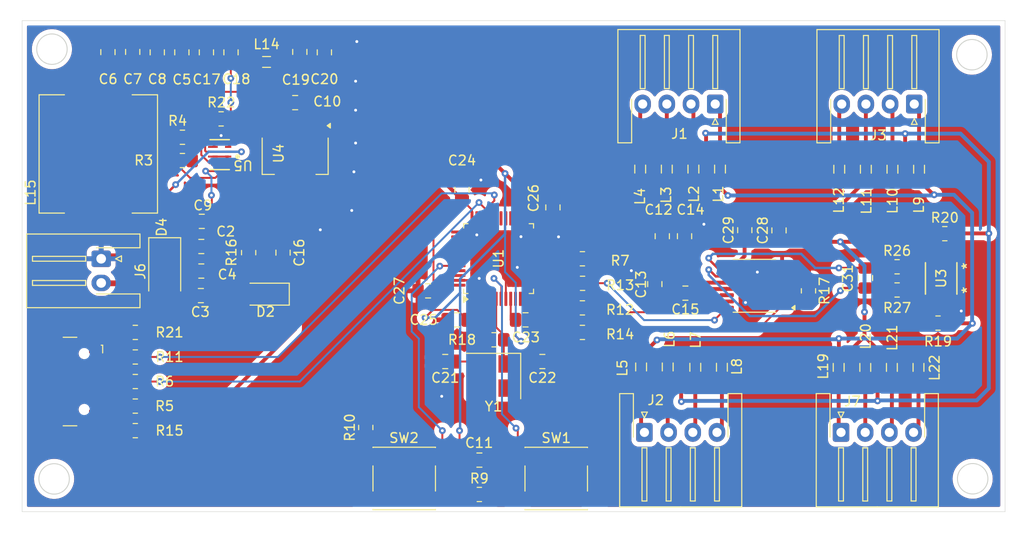
<source format=kicad_pcb>
(kicad_pcb (version 20240108) (generator "pcbnew") (generator_version "8.0")
  (layers (0 "F.Cu" signal) (31 "B.Cu" mixed) (34 "B.Paste" user) (35 "F.Paste" user) (36 "B.SilkS" user "B.Silkscreen") (37 "F.SilkS" user "F.Silkscreen") (38 "B.Mask" user) (39 "F.Mask" user) (44 "Edge.Cuts" user))
  (net 0 "")
  (net 1 "GND")
  (net 2 "+12V")
  (net 3 "/ADS1220 AD Converter/DRDY")
  (net 4 "USBDP")
  (net 5 "PF0")
  (net 6 "/ADS1220 AD Converter/DOUT")
  (net 7 "+3.3V")
  (net 8 "/ADS1220 AD Converter/SCLK")
  (net 9 "PF1")
  (net 10 "BOOT0_SWCLK")
  (net 11 "NRESET")
  (net 12 "/ADS1220 AD Converter/DIN")
  (net 13 "USBDM")
  (net 15 "Net-(U2-~{CS})")
  (net 16 "Net-(U2-~{DRDY})")
  (net 17 "Net-(U2-DOUT{slash}~{DRDY})")
  (net 18 "Net-(U2-SCLK)")
  (net 19 "Net-(U2-DIN)")
  (net 21 "Net-(U5-VO)")
  (net 22 "Net-(U5-FB)")
  (net 23 "Net-(U5-NR_SS)")
  (net 24 "Net-(U5-SW)")
  (net 25 "Net-(D2-A)")
  (net 26 "Net-(J1-Pin_1)")
  (net 27 "Net-(J1-Pin_3)")
  (net 28 "Net-(J1-Pin_2)")
  (net 29 "Net-(J1-Pin_4)")
  (net 30 "Net-(J2-Pin_4)")
  (net 31 "Net-(J2-Pin_1)")
  (net 32 "Net-(J2-Pin_2)")
  (net 33 "Net-(J2-Pin_3)")
  (net 34 "Net-(J3-Pin_3)")
  (net 35 "Net-(J3-Pin_4)")
  (net 36 "Net-(J3-Pin_2)")
  (net 37 "Net-(J3-Pin_1)")
  (net 39 "Net-(J5-D--PadA7)")
  (net 41 "Net-(J5-D+-PadA6)")
  (net 42 "Net-(J5-CC1)")
  (net 43 "Net-(J5-CC2)")
  (net 46 "/Amplifier/AIN1")
  (net 47 "/Amplifier/AIN0")
  (net 48 "Net-(U5-PG)")
  (net 51 "+5V")
  (net 57 "unconnected-(U1-PB3-Pad39)")
  (net 81 "Net-(U2-AIN1)")
  (net 82 "Net-(U2-AIN0{slash}REFP1)")
  (net 83 "/ADS1220 AD Converter/AIN0")
  (net 84 "/ADS1220 AD Converter/AIN1")
  (net 85 "Net-(J7-Pin_1)")
  (net 86 "Net-(J7-Pin_4)")
  (net 87 "Net-(J7-Pin_3)")
  (net 88 "Net-(J7-Pin_2)")
  (footprint "Capacitor_SMD:C_0805_2012Metric_Pad1.18x1.45mm_HandSolder" (layer "F.Cu") (at 115.062 90.5375 90)
    (property "Reference" "C28")
    (property "Value" "100n")
  )
  (footprint "Capacitor_SMD:C_0805_2012Metric_Pad1.18x1.45mm_HandSolder" (layer "F.Cu") (at 81.7925 99.7915)
    (property "Reference" "C25")
    (property "Value" "0.1uF")
  )
  (footprint "Capacitor_SMD:C_0805_2012Metric_Pad1.18x1.45mm_HandSolder" (layer "F.Cu") (at 124 95.4625 -90)
    (property "Reference" "C31")
    (property "Value" "100n")
  )
  (footprint "Capacitor_SMD:C_0805_2012Metric_Pad1.18x1.45mm_HandSolder" (layer "F.Cu") (at 48.26 72.0715 90)
    (property "Reference" "C7")
    (property "Value" "22uF")
  )
  (footprint "Inductor_SMD:L_0805_2012Metric_Pad1.05x1.20mm_HandSolder" (layer "F.Cu") (at 121.23 104.71 -90)
    (property "Reference" "L19")
    (property "Value" "120Ω @ 100MHz / 3A")
  )
  (footprint "Connector_JST:JST_XH_S4B-XH-A-1_1x04_P2.50mm_Horizontal" (layer "F.Cu") (at 101.152 111.434)
    (property "Reference" "J2")
    (property "Value" "Conn_01x04")
  )
  (footprint "Connector_JST:JST_XH_S2B-XH-A-1_1x02_P2.50mm_Horizontal" (layer "F.Cu") (at 45.002 93.472 -90)
    (property "Reference" "J6")
    (property "Value" "Conn_01x02")
  )
  (footprint "Button_Switch_SMD:SW_Push_1P1T_NO_6x6mm_H9.5mm" (layer "F.Cu") (at 76.325 116.2 180)
    (property "Reference" "SW2")
    (property "Value" "SW_Push")
  )
  (footprint "TPS62912:RPU0010A-MFG" (layer "F.Cu") (at 57.250001 82.650001 180)
    (property "Reference" "U5")
    (property "Value" "XPS62912RPUR")
  )
  (footprint "Resistor_SMD:R_0805_2012Metric_Pad1.20x1.40mm_HandSolder" (layer "F.Cu") (at 72.35 110.925 90)
    (property "Reference" "R10")
    (property "Value" "10k")
  )
  (footprint "Package_QFP:LQFP-48_7x7mm_P0.5mm" (layer "F.Cu") (at 86.08 93.454 90)
    (property "Reference" "U1")
    (property "Value" "STM32F103C8Tx" (hide yes))
  )
  (footprint "Capacitor_SMD:C_0805_2012Metric_Pad1.18x1.45mm_HandSolder" (layer "F.Cu") (at 63.8 92.8375 -90)
    (property "Reference" "C16")
    (property "Value" "10uF")
  )
  (footprint "Inductor_SMD:L_0805_2012Metric_Pad1.05x1.20mm_HandSolder" (layer "F.Cu") (at 124.04 84.208 90)
    (property "Reference" "L11")
    (property "Value" "120Ω @ 100MHz / 3A")
  )
  (footprint "Package_SO:TSSOP-16_4.4x5mm_P0.65mm" (layer "F.Cu") (at 112.522 96.266 180)
    (property "Reference" "U2" (hide yes))
    (property "Value" "ADS1220xPW")
  )
  (footprint "Capacitor_SMD:C_0805_2012Metric_Pad1.18x1.45mm_HandSolder" (layer "F.Cu") (at 91.694 88.1595 -90)
    (property "Reference" "C26")
    (property "Value" "4.7uF")
  )
  (footprint "Inductor_SMD:L_0805_2012Metric_Pad1.05x1.20mm_HandSolder" (layer "F.Cu") (at 62.096 73.109)
    (property "Reference" "L14")
    (property "Value" "20Ω @ 100MHz / 5A")
  )
  (footprint "Resistor_SMD:R_0805_2012Metric_Pad1.20x1.40mm_HandSolder" (layer "F.Cu") (at 53.4 83.309999)
    (property "Reference" "R4")
    (property "Value" "4.87k")
  )
  (footprint "Package_TO_SOT_SMD:SOT-223-3_TabPin2" (layer "F.Cu") (at 65.0525 82.8335 -90)
    (property "Reference" "U4")
    (property "Value" "NCP1117-3.3_SOT223" (hide yes))
  )
  (footprint "Resistor_SMD:R_0805_2012Metric_Pad1.20x1.40mm_HandSolder" (layer "F.Cu") (at 94.758 96.012)
    (property "Reference" "R13")
    (property "Value" "47R")
  )
  (footprint "Resistor_SMD:R_0805_2012Metric_Pad1.20x1.40mm_HandSolder" (layer "F.Cu") (at 132.2 90.875)
    (property "Reference" "R20")
    (property "Value" "0R" (hide yes))
  )
  (footprint "Resistor_SMD:R_0805_2012Metric_Pad1.20x1.40mm_HandSolder" (layer "F.Cu") (at 48.53 108.712 180)
    (property "Reference" "R5")
    (property "Value" "1.5k")
  )
  (footprint "Capacitor_SMD:C_0805_2012Metric_Pad1.18x1.45mm_HandSolder" (layer "F.Cu") (at 55.3075 97.282 180)
    (property "Reference" "C3")
    (property "Value" "6.8uF")
  )
  (footprint "Resistor_SMD:R_0805_2012Metric_Pad1.20x1.40mm_HandSolder" (layer "F.Cu") (at 131.5 100.125)
    (property "Reference" "R19")
    (property "Value" "0R")
  )
  (footprint "Button_Switch_SMD:SW_Push_1P1T_NO_6x6mm_H9.5mm" (layer "F.Cu") (at 92.037 116.204 180)
    (property "Reference" "SW1")
    (property "Value" "SW_Push")
  )
  (footprint "Capacitor_SMD:C_0805_2012Metric_Pad1.18x1.45mm_HandSolder" (layer "F.Cu") (at 90.6015 104.104 180)
    (property "Reference" "C22")
    (property "Value" "10pF")
  )
  (footprint "Inductor_SMD:L_Pulse_PA4320" (layer "F.Cu") (at 44.704 82.626 90)
    (property "Reference" "L15")
    (property "Value" "2.2uH @ 100mHz 48mOhm")
  )
  (footprint "Capacitor_SMD:C_0805_2012Metric_Pad1.18x1.45mm_HandSolder" (layer "F.Cu") (at 65.0525 77.3175)
    (property "Reference" "C10")
    (property "Value" "10uF")
  )
  (footprint "Capacitor_SMD:C_0805_2012Metric_Pad1.18x1.45mm_HandSolder" (layer "F.Cu") (at 65.532 72.0715 90)
    (property "Reference" "C19")
    (property "Value" "22uF")
  )
  (footprint "Connector_JST:JST_XH_S4B-XH-A-1_1x04_P2.50mm_Horizontal" (layer "F.Cu") (at 129.044 77.47 180)
    (property "Reference" "J3")
    (property "Value" "Conn_01x04")
  )
  (footprint "Capacitor_SMD:C_0805_2012Metric_Pad1.18x1.45mm_HandSolder" (layer "F.Cu") (at 103 91.1375 -90)
    (property "Reference" "C12")
    (property "Value" "10uF")
  )
  (footprint "Resistor_SMD:R_0805_2012Metric_Pad1.20x1.40mm_HandSolder" (layer "F.Cu") (at 57.4 79 180)
    (property "Reference" "R22")
    (property "Value" "10k")
  )
  (footprint "Resistor_SMD:R_0805_2012Metric_Pad1.20x1.40mm_HandSolder" (layer "F.Cu") (at 53.4 80.9 180)
    (property "Reference" "R3")
    (property "Value" "25.5k")
  )
  (footprint "Capacitor_SMD:C_0805_2012Metric_Pad1.18x1.45mm_HandSolder" (layer "F.Cu") (at 50.8 72.1145 90)
    (property "Reference" "C8")
    (property "Value" "22uF")
  )
  (footprint "Inductor_SMD:L_0805_2012Metric_Pad1.05x1.20mm_HandSolder" (layer "F.Cu") (at 100.81 104.664 -90)
    (property "Reference" "L5")
    (property "Value" "120Ω @ 100MHz / 3A")
  )
  (footprint "Diode_SMD:D_SMA" (layer "F.Cu") (at 51.569 94.804 -90)
    (property "Reference" "D4")
    (property "Value" "SMAJ12A")
  )
  (footprint "Resistor_SMD:R_0805_2012Metric_Pad1.20x1.40mm_HandSolder" (layer "F.Cu") (at 118.11 96.79 -90)
    (property "Reference" "R17")
    (property "Value" "47R")
  )
  (footprint "Inductor_SMD:L_0805_2012Metric_Pad1.05x1.20mm_HandSolder" (layer "F.Cu") (at 126.79 84.208 90)
    (property "Reference" "L10")
    (property "Value" "120Ω @ 100MHz / 3A")
  )
  (footprint "Inductor_SMD:L_0805_2012Metric_Pad1.05x1.20mm_HandSolder" (layer "F.Cu") (at 103.466 84.194 90)
    (property "Reference" "L3")
    (property "Value" "120Ω @ 100MHz / 3A")
  )
  (footprint "Resistor_SMD:R_0805_2012Metric_Pad1.20x1.40mm_HandSolder" (layer "F.Cu") (at 94.742 98.552)
    (property "Reference" "R12")
    (property "Value" "47R")
  )
  (footprint "Capacitor_SMD:C_0805_2012Metric_Pad1.18x1.45mm_HandSolder" (layer "F.Cu") (at 55.3505 92.202 180)
    (property "Reference" "C2")
    (property "Value" "2.2nF")
  )
  (footprint "Capacitor_SMD:C_0805_2012Metric_Pad1.18x1.45mm_HandSolder" (layer "F.Cu") (at 55.88 72.1145 90)
    (property "Reference" "C17")
    (property "Value" "22uF")
  )
  (footprint "Inductor_SMD:L_0805_2012Metric_Pad1.05x1.20mm_HandSolder" (layer "F.Cu") (at 100.716 84.194 90)
    (property "Reference" "L4")
    (property "Value" "120Ω @ 100MHz / 3A")
  )
  (footprint "Capacitor_SMD:C_0805_2012Metric_Pad1.18x1.45mm_HandSolder" (layer "F.Cu") (at 102.226 96.0905 -90)
    (property "Reference" "C13")
    (property "Value" "10uF")
  )
  (footprint "Connector_JST:JST_XH_S4B-XH-A-1_1x04_P2.50mm_Horizontal" (layer "F.Cu") (at 108.47 77.466 180)
    (property "Reference" "J1")
    (property "Value" "Conn_01x04")
  )
  (footprint "Capacitor_SMD:C_0805_2012Metric_Pad1.18x1.45mm_HandSolder" (layer "F.Cu") (at 80.564 104.104 180)
    (property "Reference" "C21")
    (property "Value" "10pF")
  )
  (footprint "Inductor_SMD:L_0805_2012Metric_Pad1.05x1.20mm_HandSolder" (layer "F.Cu") (at 106.41 104.696 -90)
    (property "Reference" "L7")
    (property "Value" "120Ω @ 100MHz / 3A")
  )
  (footprint "Capacitor_SMD:C_0805_2012Metric_Pad1.18x1.45mm_HandSolder" (layer "F.Cu") (at 88.8675 99.7915 180)
    (property "Reference" "C23")
    (property "Value" "0.1uF")
  )
  (footprint "Inductor_SMD:L_0805_2012Metric_Pad1.05x1.20mm_HandSolder" (layer "F.Cu") (at 121.29 84.208 90)
    (property "Reference" "L12")
    (property "Value" "120Ω @ 100MHz / 3A")
  )
  (footprint "Capacitor_SMD:C_0805_2012Metric_Pad1.18x1.45mm_HandSolder" (layer "F.Cu") (at 55.4 89.6)
    (property "Reference" "C9")
    (property "Value" "470nF")
  )
  (footprint "Capacitor_SMD:C_0805_2012Metric_Pad1.18x1.45mm_HandSolder" (layer "F.Cu") (at 105.3885 97.028 180)
    (property "Reference" "C15")
    (property "Value" "0.1uF")
  )
  (footprint "Crystal:Crystal_SMD_SeikoEpson_FA238V-4Pin_3.2x2.5mm_HandSoldering" (layer "F.Cu") (at 85.564 105.604 180)
    (property "Reference" "Y1")
    (property "Value" "8Mhz")
  )
  (footprint "Inductor_SMD:L_0805_2012Metric_Pad1.05x1.20mm_HandSolder" (layer "F.Cu") (at 108.966 84.194 90)
    (property "Reference" "L1")
    (property "Value" "120Ω @ 100MHz / 3A")
  )
  (footprint "Inductor_SMD:L_0805_2012Metric_Pad1.05x1.20mm_HandSolder" (layer "F.Cu") (at 129.48 104.71 -90)
    (property "Reference" "L22")
    (property "Value" "120Ω @ 100MHz / 3A")
  )
  (footprint "Capacitor_SMD:C_0805_2012Metric_Pad1.18x1.45mm_HandSolder" (layer "F.Cu") (at 53.34 72.1145 90)
    (property "Reference" "C5")
    (property "Value" "22uF")
  )
  (footprint "Resistor_SMD:R_0805_2012Metric_Pad1.20x1.40mm_HandSolder" (layer "F.Cu") (at 127.27 96.7)
    (property "Reference" "R27")
    (property "Value" "100R")
  )
  (footprint "Inductor_SMD:L_0805_2012Metric_Pad1.05x1.20mm_HandSolder" (layer "F.Cu") (at 106.216 84.194 90)
    (property "Reference" "L2")
    (property "Value" "120Ω @ 100MHz / 3A")
  )
  (footprint "Inductor_SMD:L_0805_2012Metric_Pad1.05x1.20mm_HandSolder" (layer "F.Cu") (at 126.73 104.71 -90)
    (property "Reference" "L21")
    (property "Value" "120Ω @ 100MHz / 3A")
  )
  (footprint "MCP6V92-E-MS:MSOP8_MS_MCH" (layer "F.Cu") (at 131.826 95.504 90)
    (property "Reference" "U3")
    (property "Value" "MCP6V92-E/MS")
  )
  (footprint "Connector_JST:JST_XH_S4B-XH-A-1_1x04_P2.50mm_Horizontal" (layer "F.Cu") (at 121.472 111.434)
    (property "Reference" "J7")
    (property "Value" "Conn_01x04")
  )
  (footprint "Inductor_SMD:L_0805_2012Metric_Pad1.05x1.20mm_HandSolder" (layer "F.Cu") (at 109.16 104.696 -90)
    (property "Reference" "L8")
    (property "Value" "120Ω @ 100MHz / 3A")
  )
  (footprint "Capacitor_SMD:C_0805_2012Metric_Pad1.18x1.45mm_HandSolder" (layer "F.Cu") (at 82.296 86.3385 -90)
    (property "Reference" "C24")
    (property "Value" "0.1uF")
  )
  (footprint "Resistor_SMD:R_0805_2012Metric_Pad1.20x1.40mm_HandSolder" (layer "F.Cu") (at 48.53 106.172 180)
    (property "Reference" "R6")
    (property "Value" "20k")
  )
  (footprint "Inductor_SMD:L_0805_2012Metric_Pad1.05x1.20mm_HandSolder" (layer "F.Cu") (at 103.56 104.664 -90)
    (property "Reference" "L6")
    (property "Value" "120Ω @ 100MHz / 3A")
  )
  (footprint "Capacitor_SMD:C_0805_2012Metric_Pad1.18x1.45mm_HandSolder" (layer "F.Cu") (at 55.3505 94.742 180)
    (property "Reference" "C4")
    (property "Value" "6.8uF")
  )
  (footprint "Resistor_SMD:R_0805_2012Metric_Pad1.20x1.40mm_HandSolder" (layer "F.Cu") (at 94.742 101.092)
    (property "Reference" "R14")
    (property "Value" "47R")
  )
  (footprint "Capacitor_SMD:C_0805_2012Metric_Pad1.18x1.45mm_HandSolder" (layer "F.Cu") (at 84.0955 114.3 180)
    (property "Reference" "C11")
    (property "Value" "0.1uF")
  )
  (footprint "Connector_USB:USB_C_Receptacle_GCT_USB4110" (layer "F.Cu") (at 40.64 106.172 -90)
    (property "Reference" "J5" (hide yes))
    (property "Value" "USB_C_Receptacle_USB2.0_14P")
  )
  (footprint "Capacitor_SMD:C_0805_2012Metric_Pad1.18x1.45mm_HandSolder" (layer "F.Cu") (at 111.525 90.5125 90)
    (property "Reference" "C29")
    (property "Value" "10uF")
  )
  (footprint "Resistor_SMD:R_0805_2012Metric_Pad1.20x1.40mm_HandSolder" (layer "F.Cu") (at 127.27 94.3)
    (property "Reference" "R26")
    (property "Value" "100R")
  )
  (footprint "LED_SMD:LED_1206_3216Metric_Pad1.42x1.75mm_HandSolder" (layer "F.Cu") (at 61.9855 97.134 180)
    (property "Reference" "D2")
    (property "Value" "LED")
  )
  (footprint "Resistor_SMD:R_0805_2012Metric_Pad1.20x1.40mm_HandSolder" (layer "F.Cu") (at 48.53 103.632 180)
    (property "Reference" "R11")
    (property "Value" "20k")
  )
  (footprint "Resistor_SMD:R_0805_2012Metric_Pad1.20x1.40mm_HandSolder" (layer "F.Cu") (at 48.53 111.252 180)
    (property "Reference" "R15")
    (property "Value" "5.1k")
  )
  (footprint "Resistor_SMD:R_0805_2012Metric_Pad1.20x1.40mm_HandSolder" (layer "F.Cu") (at 60.244 92.8375 -90)
    (property "Reference" "R16")
    (property "Value" "620R")
  )
  (footprint "Inductor_SMD:L_0805_2012Metric_Pad1.05x1.20mm_HandSolder" (layer "F.Cu") (at 129.54 84.208 90)
    (property "Reference" "L9")
    (property "Value" "120Ω @ 100MHz / 3A")
  )
  (footprint "Inductor_SMD:L_0805_2012Metric_Pad1.05x1.20mm_HandSolder" (layer "F.Cu") (at 123.98 104.71 -90)
    (property "Reference" "L20")
    (property "Value" "120Ω @ 100MHz / 3A")
  )
  (footprint "Resistor_SMD:R_0805_2012Metric_Pad1.20x1.40mm_HandSolder" (layer "F.Cu") (at 85.614 101.854 180)
    (property "Reference" "R18")
    (property "Value" "1M")
  )
  (footprint "Resistor_SMD:R_0805_2012Metric_Pad1.20x1.40mm_HandSolder" (layer "F.Cu") (at 94.742 93.472)
    (property "Reference" "R7")
    (property "Value" "47R")
  )
  (footprint "Resistor_SMD:R_0805_2012Metric_Pad1.20x1.40mm_HandSolder" (layer "F.Cu") (at 84.09 117.856)
    (property "Reference" "R9")
    (property "Value" "10k")
  )
  (footprint "Capacitor_SMD:C_0805_2012Metric_Pad1.18x1.45mm_HandSolder" (layer "F.Cu") (at 45.6985 72.093 90)
    (property "Reference" "C6")
    (property "Value" "22uF")
  )
  (footprint "Capacitor_SMD:C_0805_2012Metric_Pad1.18x1.45mm_HandSolder" (layer "F.Cu") (at 78.7925 96.7915)
    (property "Reference" "C27")
    (property "Value" "0.1uF")
  )
  (footprint "Capacitor_SMD:C_0805_2012Metric_Pad1.18x1.45mm_HandSolder" (layer "F.Cu") (at 105.3 91.1375 -90)
    (property "Reference" "C14")
    (property "Value" "0.1uF")
  )
  (footprint "Capacitor_SMD:C_0805_2012Metric_Pad1.18x1.45mm_HandSolder" (layer "F.Cu") (at 58.42 72.1145 90)
    (property "Reference" "C18")
    (property "Value" "22uF")
  )
  (footprint "Capacitor_SMD:C_0805_2012Metric_Pad1.18x1.45mm_HandSolder" (layer "F.Cu") (at 68.072 72.1145 90)
    (property "Reference" "C20")
    (property "Value" "22uF")
  )
  (footprint "Resistor_SMD:R_0805_2012Metric_Pad1.20x1.40mm_HandSolder" (layer "F.Cu") (at 48.53 101.092)
    (property "Reference" "R21")
    (property "Value" "5.1k")
  )
  (gr_line (start 36.83 119.634) (end 36.83 68.834) (stroke (width 0.05)) (layer "Edge.Cuts"))
  (gr_circle (center 39.912766 71.786766) (end 41.487566 71.786766) (stroke (width 0.1)) (fill none) (layer "Edge.Cuts"))
  (gr_circle (center 134.999435 72.359365) (end 136.574235 72.359365) (stroke (width 0.1)) (fill none) (layer "Edge.Cuts"))
  (gr_line (start 36.83 68.834) (end 138.43 68.834) (stroke (width 0.05)) (layer "Edge.Cuts"))
  (gr_line (start 138.43 68.834) (end 138.43 119.634) (stroke (width 0.05)) (layer "Edge.Cuts"))
  (gr_line (start 138.43 119.634) (end 36.83 119.634) (stroke (width 0.05)) (layer "Edge.Cuts"))
  (gr_circle (center 135.08 116.230686) (end 136.6548 116.230686) (stroke (width 0.1)) (fill none) (layer "Edge.Cuts"))
  (gr_circle (center 40.138481 116.245919) (end 41.713281 116.245919) (stroke (width 0.1)) (fill none) (layer "Edge.Cuts"))
  (segment (start 115.3845 96.591) (end 113.009 96.591) (width 0.4) (layer "F.Cu") (net 1))
  (segment (start 116.675 97.225) (end 115.4005 97.225) (width 0.4) (layer "F.Cu") (net 1))
  (segment (start 65.489 71.077) (end 65.532 71.034) (width 0.6) (layer "F.Cu") (net 1))
  (segment (start 86.83 95.542) (end 86.83 97.6165) (width 0.2) (layer "F.Cu") (net 1))
  (segment (start 66.3225 77.0635) (end 67.3525 78.0935) (width 0.2) (layer "F.Cu") (net 1))
  (segment (start 55.815256 78) (end 55.35 78.465256) (width 0.2) (layer "F.Cu") (net 1))
  (segment (start 84.226 85.301) (end 84.25 85.325) (width 0.2) (layer "F.Cu") (net 1))
  (segment (start 65.532 71.034) (end 68.029 71.034) (width 0.6) (layer "F.Cu") (net 1))
  (segment (start 51.155 93.218) (end 51.569 92.804) (width 1.1) (layer "F.Cu") (net 1))
  (segment (start 99.8 94.702) (end 102.226 97.128) (width 0.4) (layer "F.Cu") (net 1))
  (segment (start 68.072 71.077) (end 68.061 71.066) (width 1.1) (layer "F.Cu") (net 1))
  (segment (start 112.359 97.241) (end 112.293 97.307) (width 0.4) (layer "F.Cu") (net 1))
  (segment (start 57.4 80.725) (end 57.4 81.05) (width 0.2) (layer "F.Cu") (net 1))
  (segment (start 54.313 97.536) (end 54.313 94.742) (width 0.6) (layer "F.Cu") (net 1))
  (segment (start 117.959 95.941) (end 115.3845 95.941) (width 0.4) (layer "F.Cu") (net 1))
  (segment (start 102.226 97.128) (end 104.251 97.128) (width 0.4) (layer "F.Cu") (net 1))
  (segment (start 57.4 80.725) (end 57.4 78.415256) (width 0.2) (layer "F.Cu") (net 1))
  (segment (start 115.3845 97.241) (end 112.359 97.241) (width 0.4) (layer "F.Cu") (net 1))
  (segment (start 53.34 71.077) (end 50.8 71.077) (width 0.6) (layer "F.Cu") (net 1))
  (segment (start 45.002 93.472) (end 45.256 93.218) (width 1.1) (layer "F.Cu") (net 1))
  (segment (start 54.27 95.505) (end 54.27 97.282) (width 0.4) (layer "F.Cu") (net 1))
  (segment (start 58.42 71.077) (end 65.489 71.077) (width 0.6) (layer "F.Cu") (net 1))
  (segment (start 43.745 111.282) (end 43.745 109.947) (width 0.2) (layer "F.Cu") (net 1))
  (segment (start 113.916 95.941) (end 112.825 94.85) (width 0.4) (layer "F.Cu") (net 1))
  (segment (start 48.53 112.252) (end 44.715 112.252) (width 0.2) (layer "F.Cu") (net 1))
  (segment (start 45.67 92.804) (end 45.002 93.472) (width 0.2) (layer "F.Cu") (net 1))
  (segment (start 133.9 98.875) (end 133.9 98.755651) (width 0.4) (layer "F.Cu") (net 1))
  (segment (start 43.745 109.947) (end 44.32 109.372) (width 0.2) (layer "F.Cu") (net 1))
  (segment (start 48.26 71.034) (end 45.72 71.034) (width 0.6) (layer "F.Cu") (net 1))
  (segment (start 56.2 83.575) (end 56.5 83.575) (width 0.2) (layer "F.Cu") (net 1))
  (segment (start 133.9 98.755651) (end 132.800999 97.65665) (width 0.4) (layer "F.Cu") (net 1))
  (segment (start 49.53 111.252) (end 48.53 112.252) (width 0.2) (layer "F.Cu") (net 1))
  (segment (start 57.4 81.05) (end 56.55 81.9) (width 0.2) (layer "F.Cu") (net 1))
  (segment (start 55.35 82.725) (end 56.2 83.575) (width 0.2) (layer "F.Cu") (net 1))
  (segment (start 83.874 95.704) (end 84.074 95.504) (width 0.25) (layer "F.Cu") (net 1))
  (segment (start 45.72 71.034) (end 45.6985 71.0555) (width 1.1) (layer "F.Cu") (net 1))
  (segment (start 57.4 78.415256) (end 56.984744 78) (width 0.2) (layer "F.Cu") (net 1))
  (segment (start 44.715 112.252) (end 43.745 111.282) (width 0.2) (layer "F.Cu") (net 1))
  (segment (start 118.11 95.79) (end 117.959 95.941) (width 0.4) (layer "F.Cu") (net 1))
  (segment (start 82.296 85.301) (end 84.226 85.301) (width 0.2) (layer "F.Cu") (net 1))
  (segment (start 54.27 97.579) (end 54.27 97.282) (width 0.6) (layer "F.Cu") (net 1))
  (segment (start 112.825 94.85) (end 113.684 93.991) (width 0.4) (layer "F.Cu") (net 1))
  (segment (start 54.4 89.6) (end 54.5 89.5) (width 0.2) (layer "F.Cu") (net 1))
  (segment (start 113.684 93.991) (end 115.3845 93.991) (width 0.4) (layer "F.Cu") (net 1))
  (segment (start 88.41 91.204) (end 90.2425 91.204) (width 0.2) (layer "F.Cu") (net 1))
  (segment (start 51.569 92.804) (end 54.27 95.505) (width 0.4) (layer "F.Cu") (net 1))
  (segment (start 81.9175 95.704) (end 83.874 95.704) (width 0.25) (layer "F.Cu") (net 1))
  (segment (start 113.009 96.591) (end 112.293 97.307) (width 0.4) (layer "F.Cu") (net 1))
  (segment (start 50.8 71.077) (end 48.303 71.077) (width 0.6) (layer "F.Cu") (net 1))
  (segment (start 83.83 90.995) (end 83.83 89.2915) (width 0.2) (layer "F.Cu") (net 1))
  (segment (start 58.42 71.077) (end 55.88 71.077) (width 0.6) (layer "F.Cu") (net 1))
  (segment (start 112.293 97.307) (end 111.6 98) (width 0.4) (layer "F.Cu") (net 1))
  (segment (start 77.83 96.7165) (end 77.755 96.7915) (width 0.2) (layer "F.Cu") (net 1))
  (segment (start 118.11 95.79) (end 116.675 97.225) (width 0.4) (layer "F.Cu") (net 1))
  (segment (start 104.251 97.128) (end 104.351 97.028) (width 0.4) (layer "F.Cu") (net 1))
  (segment (start 92.275 91.204) (end 90.2425 91.204) (width 0.2) (layer "F.Cu") (net 1))
  (segment (start 48.303 71.077) (end 48.26 71.034) (width 1.1) (layer "F.Cu") (net 1))
  (segment (start 47.53 101.092) (end 43.775 101.092) (width 0.2) (layer "F.Cu") (net 1))
  (segment (start 115.4005 97.225) (end 115.3845 97.241) (width 0.4) (layer "F.Cu") (net 1))
  (segment (start 115.3845 95.941) (end 113.916 95.941) (width 0.4) (layer "F.Cu") (net 1))
  (segment (start 56.984744 78) (end 55.815256 78) (width 0.2) (layer "F.Cu") (net 1))
  (segment (start 88.392 91.186) (end 88.41 91.204) (width 0.2) (layer "F.Cu") (net 1))
  (segment (start 54.4 83.309999) (end 54.690001 83.6) (width 0.2) (layer "F.Cu") (net 1))
  (segment (start 67.3525 78.0935) (end 67.3525 79.6835) (width 0.2) (layer "F.Cu") (net 1))
  (segment (start 45.256 93.218) (end 51.96 93.218) (width 0.6) (layer "F.Cu") (net 1))
  (segment (start 83.825 91) (end 83.83 90.995) (width 0.2) (layer "F.Cu") (net 1))
  (segment (start 56.475 83.6) (end 56.5 83.575) (width 0.2) (layer "F.Cu") (net 1))
  (segment (start 88.011 94.361) (end 86.83 95.542) (width 0.2) (layer "F.Cu") (net 1))
  (segment (start 68.029 71.034) (end 68.072 71.077) (width 0.6) (layer "F.Cu") (net 1))
  (segment (start 54.313 94.742) (end 54.313 91.948) (width 0.6) (layer "F.Cu") (net 1))
  (segment (start 43.775 101.092) (end 43.745 101.062) (width 0.2) (layer "F.Cu") (net 1))
  (segment (start 55.88 71.077) (end 53.34 71.077) (width 0.6) (layer "F.Cu") (net 1))
  (segment (start 55.35 78.465256) (end 55.35 82.725) (width 0.2) (layer "F.Cu") (net 1))
  (via (at 88.011 94.361) (size 0.7) (drill 0.3) (layers "F.Cu" "B.Cu") (net 1))
  (via (at 80.2 107.7) (size 0.7) (drill 0.3) (layers "F.Cu" "B.Cu") (net 1))
  (via (at 71.3 78.1) (size 0.7) (drill 0.3) (layers "F.Cu" "B.Cu") (net 1))
  (via (at 67.65 90.475) (size 0.7) (drill 0.3) (layers "F.Cu" "B.Cu") (net 1))
  (via (at 83.825 91) (size 0.7) (drill 0.3) (layers "F.Cu" "B.Cu") (net 1))
  (via (at 84.074 95.504) (size 0.7) (drill 0.3) (layers "F.Cu" "B.Cu") (net 1))
  (via (at 71.425 71) (size 0.7) (drill 0.3) (layers "F.Cu" "B.Cu") (net 1))
  (via (at 71.3 75.1) (size 0.7) (drill 0.3) (layers "F.Cu" "B.Cu") (net 1))
  (via (at 92.275 91.204) (size 0.7) (drill 0.3) (layers "F.Cu" "B.Cu") (net 1))
  (via (at 71.3 81.5) (size 0.7) (drill 0.3) (layers "F.Cu" "B.Cu") (net 1))
  (via (at 112.825 94.85) (size 0.7) (drill 0.3) (layers "F.Cu" "B.Cu") (net 1))
  (via (at 88.392 91.186) (size 0.7) (drill 0.3) (layers "F.Cu" "B.Cu") (net 1))
  (via (at 70.9 88.475) (size 0.7) (drill 0.3) (layers "F.Cu" "B.Cu") (net 1))
  (via (at 133.9 98.875) (size 0.7) (drill 0.3) (layers "F.Cu" "B.Cu") (net 1))
  (via (at 99.8 94.702) (size 0.7) (drill 0.3) (layers "F.Cu" "B.Cu") (net 1))
  (via (at 107.3 89.9) (size 0.7) (drill 0.3) (layers "F.Cu" "B.Cu") (net 1))
  (via (at 71.125 84.475) (size 0.7) (drill 0.3) (layers "F.Cu" "B.Cu") (net 1))
  (via (at 84.25 85.325) (size 0.7) (drill 0.3) (layers "F.Cu" "B.Cu") (net 1))
  (via (at 57.4 80.725) (size 0.7) (drill 0.3) (layers "F.Cu" "B.Cu") (net 1))
  (via (at 111.6 98) (size 0.7) (drill 0.3) (layers "F.Cu" "B.Cu") (net 1))
  (segment (start 58.000002 90.589998) (end 56.388 92.202) (width 0.2) (layer "F.Cu") (net 2))
  (segment (start 58.000002 83.025) (end 58.125001 82.900001) (width 0.2) (layer "F.Cu") (net 2))
  (segment (start 53.317 98.552) (end 55.075 98.552) (width 0.4) (layer "F.Cu") (net 2))
  (segment (start 58.000002 83.575) (end 58.000002 90.589998) (width 0.2) (layer "F.Cu") (net 2))
  (segment (start 58.000002 83.575) (end 58.000002 83.025) (width 0.2) (layer "F.Cu") (net 2))
  (segment (start 55.075 98.552) (end 56.345 97.282) (width 0.4) (layer "F.Cu") (net 2))
  (segment (start 56.388 97.536) (end 56.388 94.742) (width 0.6) (layer "F.Cu") (net 2))
  (segment (start 56.55 82.900001) (end 58.125001 82.900001) (width 0.2) (layer "F.Cu") (net 2))
  (segment (start 51.569 96.804) (end 53.317 98.552) (width 0.4) (layer "F.Cu") (net 2))
  (segment (start 45.042 96.012) (end 51.582 96.012) (width 0.6) (layer "F.Cu") (net 2))
  (segment (start 50.777 96.012) (end 51.569 96.804) (width 0.6) (layer "F.Cu") (net 2))
  (segment (start 45.002 95.972) (end 45.042 96.012) (width 0.6) (layer "F.Cu") (net 2))
  (segment (start 56.388 94.742) (end 56.388 91.948) (width 0.6) (layer "F.Cu") (net 2))
  (segment (start 52.306501 96.531999) (end 52.281 96.5575) (width 0.2) (layer "F.Cu") (net 2))
  (segment (start 90.2425 93.704) (end 93.216 93.704) (width 0.2) (layer "F.Cu") (net 3))
  (segment (start 47.53 108.172) (end 49.53 106.172) (width 0.2) (layer "F.Cu") (net 4))
  (segment (start 47.53 108.712) (end 47.53 108.172) (width 0.2) (layer "F.Cu") (net 4))
  (segment (start 84.052 87.652) (end 84.83 88.43) (width 0.2) (layer "F.Cu") (net 4))
  (segment (start 84.83 88.43) (end 84.83 89.2915) (width 0.2) (layer "F.Cu") (net 4))
  (segment (start 49.53 106.172) (end 51.054 106.172) (width 0.2) (layer "F.Cu") (net 4))
  (via (at 51.054 106.172) (size 0.7) (drill 0.3) (layers "F.Cu" "B.Cu") (net 4))
  (via (at 84.052 87.652) (size 0.7) (drill 0.3) (layers "F.Cu" "B.Cu") (net 4))
  (segment (start 65.532 106.172) (end 51.054 106.172) (width 0.2) (layer "B.Cu") (net 4))
  (segment (start 84.052 87.652) (end 65.532 106.172) (width 0.2) (layer "B.Cu") (net 4))
  (segment (start 84.582 101.886) (end 84.614 101.854) (width 0.2) (layer "F.Cu") (net 5))
  (segment (start 81.6015 104.104) (end 83.764 104.104) (width 0.2) (layer "F.Cu") (net 5))
  (segment (start 84.014 104.354) (end 84.582 103.786) (width 0.2) (layer "F.Cu") (net 5))
  (segment (start 84.582 103.786) (end 84.582 101.886) (width 0.2) (layer "F.Cu") (net 5))
  (segment (start 84.33 102.2915) (end 84.33 101.5515) (width 0.2) (layer "F.Cu") (net 5))
  (segment (start 83.764 104.104) (end 84.014 104.354) (width 0.2) (layer "F.Cu") (net 5))
  (segment (start 85.33 100.5515) (end 85.33 97.6165) (width 0.2) (layer "F.Cu") (net 5))
  (segment (start 84.33 101.5515) (end 85.33 100.5515) (width 0.2) (layer "F.Cu") (net 5))
  (segment (start 92.202 97.012) (end 93.742 98.552) (width 0.2) (layer "F.Cu") (net 6))
  (segment (start 92.202 95.827904) (end 92.202 97.012) (width 0.2) (layer "F.Cu") (net 6))
  (segment (start 91.078096 94.704) (end 92.202 95.827904) (width 0.2) (layer "F.Cu") (net 6))
  (segment (start 90.2425 94.704) (end 91.078096 94.704) (width 0.2) (layer "F.Cu") (net 6))
  (segment (start 82.296 87.376) (end 79.35 90.322) (width 0.2) (layer "F.Cu") (net 7))
  (segment (start 87.83 101.455) (end 87.83 99.7915) (width 0.2) (layer "F.Cu") (net 7))
  (segment (start 65.0525 85.9835) (end 65.0525 100.7475) (width 0.4) (layer "F.Cu") (net 7))
  (segment (start 80.4175 96.204) (end 81.9175 96.204) (width 0.2) (layer "F.Cu") (net 7))
  (segment (start 86.747 84.653) (end 86.753 84.653) (width 0.4) (layer "F.Cu") (net 7))
  (segment (start 96.309 89.197) (end 102.362 95.25) (width 0.4) (layer "F.Cu") (net 7))
  (segment (start 79.83 96.7915) (end 80.4175 96.204) (width 0.2) (layer "F.Cu") (net 7))
  (segment (start 106.506 96.6) (end 107.2 96.6) (width 0.4) (layer "F.Cu") (net 7))
  (segment (start 78.486 99.568) (end 79.2875 98.7665) (width 0.2) (layer "F.Cu") (net 7))
  (segment (start 86.753 84.653) (end 91.297 89.197) (width 0.4) (layer "F.Cu") (net 7))
  (segment (start 102.362 95.25) (end 105.156 95.25) (width 0.4) (layer "F.Cu") (net 7))
  (segment (start 77.99 83.07) (end 77.5 83.07) (width 0.4) (layer "F.Cu") (net 7))
  (segment (start 65.0525 85.9835) (end 67.966 83.07) (width 0.4) (layer "F.Cu") (net 7))
  (segment (start 83.09 117.856) (end 82.042 116.808) (width 0.2) (layer "F.Cu") (net 7))
  (segment (start 87.33 99.7915) (end 87.83 100.2915) (width 0.2) (layer "F.Cu") (net 7))
  (segment (start 82.296 87.376) (end 77.99 83.07) (width 0.4) (layer "F.Cu") (net 7))
  (segment (start 83.33 88.41) (end 83.33 89.2915) (width 0.2) (layer "F.Cu") (net 7))
  (segment (start 87.33 97.6165) (end 87.33 99.7915) (width 0.2) (layer "F.Cu") (net 7))
  (segment (start 107.2 96.6) (end 109.6505 96.6) (width 0.4) (layer "F.Cu") (net 7))
  (segment (start 79.2875 98.7665) (end 81.805 98.7665) (width 0.2) (layer "F.Cu") (net 7))
  (segment (start 63.8 91.8) (end 60.2815 91.8) (width 0.6) (layer "F.Cu") (net 7))
  (segment (start 91.297 89.197) (end 91.694 89.197) (width 0.4) (layer "F.Cu") (net 7))
  (segment (start 67.966 83.07) (end 77.5 83.07) (width 0.4) (layer "F.Cu") (net 7))
  (segment (start 79.35 96.3115) (end 79.83 96.7915) (width 0.2) (layer "F.Cu") (net 7))
  (segment (start 57.088 108.712) (end 49.53 108.712) (width 0.4) (layer "F.Cu") (net 7))
  (segment (start 80.954 117.856) (end 80.264 118.546) (width 0.2) (layer "F.Cu") (net 7))
  (segment (start 90.906 90.704) (end 91.694 89.916) (width 0.2) (layer "F.Cu") (net 7))
  (segment (start 83.09 117.856) (end 80.954 117.856) (width 0.2) (layer "F.Cu") (net 7))
  (segment (start 65.0525 79.6835) (end 65.0525 85.9835) (width 0.4) (layer "F.Cu") (net 7))
  (segment (start 60.2815 91.8) (end 60.244 91.8375) (width 0.6) (layer "F.Cu") (net 7))
  (segment (start 82.042 87.63) (end 82.296 87.376) (width 0.2) (layer "F.Cu") (net 7))
  (segment (start 105.156 95.25) (end 106.506 96.6) (width 0.4) (layer "F.Cu") (net 7))
  (segment (start 91.694 89.916) (end 91.694 89.197) (width 0.2) (layer "F.Cu") (net 7))
  (segment (start 88.4 102) (end 88.375 102) (width 0.2) (layer "F.Cu") (net 7))
  (segment (start 63.8 87.236) (end 63.8 91.8) (width 0.4) (layer "F.Cu") (net 7))
  (segment (start 82.296 87.376) (end 83.33 88.41) (width 0.2) (layer "F.Cu") (net 7))
  (segment (start 109.6505 96.6) (end 109.6595 96.591) (width 0.4) (layer "F.Cu") (net 7))
  (segment (start 90.2425 90.704) (end 90.906 90.704) (width 0.2) (layer "F.Cu") (net 7))
  (segment (start 79.35 90.322) (end 79.35 96.3115) (width 0.2) (layer "F.Cu") (net 7))
  (segment (start 77.5 83.07) (end 85.164 83.07) (width 0.4) (layer "F.Cu") (net 7))
  (segment (start 65.0525 85.9835) (end 63.8 87.236) (width 0.4) (layer "F.Cu") (net 7))
  (segment (start 79.83 98.224) (end 79.83 96.7915) (width 0.2) (layer "F.Cu") (net 7))
  (segment (start 88.375 102) (end 87.83 101.455) (width 0.2) (layer "F.Cu") (net 7))
  (segment (start 83.33 99.2915) (end 83.33 97.6165) (width 0.2) (layer "F.Cu") (net 7))
  (segment (start 85.164 83.07) (end 86.747 84.653) (width 0.4) (layer "F.Cu") (net 7))
  (segment (start 91.694 89.197) (end 96.309 89.197) (width 0.4) (layer "F.Cu") (net 7))
  (segment (start 82.042 116.808) (end 82.042 111.252) (width 0.2) (layer "F.Cu") (net 7))
  (segment (start 72.314 118.546) (end 80.264 118.546) (width 0.2) (layer "F.Cu") (net 7))
  (segment (start 65.0525 100.7475) (end 57.088 108.712) (width 0.4) (layer "F.Cu") (net 7))
  (segment (start 78.486 99.568) (end 79.83 98.224) (width 0.2) (layer "F.Cu") (net 7))
  (segment (start 82.83 99.7915) (end 83.33 99.2915) (width 0.2) (layer "F.Cu") (net 7))
  (segment (start 81.805 98.7665) (end 82.83 99.7915) (width 0.2) (layer "F.Cu") (net 7))
  (via (at 82.042 111.252) (size 0.7) (drill 0.3) (layers "F.Cu" "B.Cu") (net 7))
  (via (at 78.486 99.568) (size 0.7) (drill 0.3) (layers "F.Cu" "B.Cu") (net 7))
  (via (at 86.747 84.653) (size 0.7) (drill 0.3) (layers "F.Cu" "B.Cu") (net 7))
  (via (at 88.4 102) (size 0.7) (drill 0.3) (layers "F.Cu" "B.Cu") (net 7))
  (segment (start 88.4 102) (end 87.85 101.45) (width 0.2) (layer "B.Cu") (net 7))
  (segment (start 87.85 101.45) (end 87.85 95.95) (width 0.2) (layer "B.Cu") (net 7))
  (segment (start 87.85 95.95) (end 86.747 94.847) (width 0.2) (layer "B.Cu") (net 7))
  (segment (start 79.532 99.568) (end 82.1 97) (width 0.25) (layer "B.Cu") (net 7))
  (segment (start 86.747 90.903) (end 82.1 95.55) (width 0.25) (layer "B.Cu") (net 7))
  (segment (start 82.1 111.2) (end 82.1 97) (width 0.25) (layer "B.Cu") (net 7))
  (segment (start 86.747 94.847) (end 86.747 88.8) (width 0.2) (layer "B.Cu") (net 7))
  (segment (start 78.486 99.568) (end 79.532 99.568) (width 0.25) (layer "B.Cu") (net 7))
  (segment (start 86.747 84.653) (end 86.747 88.8) (width 0.25) (layer "B.Cu") (net 7))
  (segment (start 82.1 95.55) (end 82.1 97) (width 0.25) (layer "B.Cu") (net 7))
  (segment (start 86.747 88.8) (end 86.747 90.903) (width 0.25) (layer "B.Cu") (net 7))
  (segment (start 82.048 111.252) (end 82.1 111.2) (width 0.25) (layer "B.Cu") (net 7))
  (segment (start 82.042 111.252) (end 82.048 111.252) (width 0.25) (layer "B.Cu") (net 7))
  (segment (start 91.4 98.94) (end 93.5 101.04) (width 0.2) (layer "F.Cu") (net 8))
  (segment (start 90.2425 95.204) (end 91.01241 95.204) (width 0.2) (layer "F.Cu") (net 8))
  (segment (start 91.01241 95.204) (end 91.4 95.59159) (width 0.2) (layer "F.Cu") (net 8))
  (segment (start 91.4 95.59159) (end 91.4 98.94) (width 0.2) (layer "F.Cu") (net 8))
  (segment (start 86.614 101.854) (end 86.614 101.346) (width 0.2) (layer "F.Cu") (net 9))
  (segment (start 85.83 100.562) (end 85.83 97.6165) (width 0.2) (layer "F.Cu") (net 9))
  (segment (start 87.364 104.104) (end 87.114 104.354) (width 0.2) (layer "F.Cu") (net 9))
  (segment (start 89.564 104.104) (end 87.364 104.104) (width 0.2) (layer "F.Cu") (net 9))
  (segment (start 86.614 103.854) (end 86.614 101.854) (width 0.2) (layer "F.Cu") (net 9))
  (segment (start 87.114 104.354) (end 86.614 103.854) (width 0.2) (layer "F.Cu") (net 9))
  (segment (start 86.614 101.346) (end 85.83 100.562) (width 0.2) (layer "F.Cu") (net 9))
  (segment (start 80.264 94.234) (end 80.294 94.204) (width 0.2) (layer "F.Cu") (net 10))
  (segment (start 72.314 114.046) (end 72.314 111.961) (width 0.2) (layer "F.Cu") (net 10))
  (segment (start 80.294 94.204) (end 81.9175 94.204) (width 0.2) (layer "F.Cu") (net 10))
  (segment (start 80.264 114.046) (end 80.264 111.252) (width 0.2) (layer "F.Cu") (net 10))
  (segment (start 80 94.234) (end 80.264 94.234) (width 0.2) (layer "F.Cu") (net 10))
  (segment (start 72.184 113.916) (end 72.314 114.046) (width 0.2) (layer "F.Cu") (net 10))
  (segment (start 72.314 111.961) (end 72.35 111.925) (width 0.2) (layer "F.Cu") (net 10))
  (segment (start 72.314 114.046) (end 80.264 114.046) (width 0.2) (layer "F.Cu") (net 10))
  (via (at 80 94.234) (size 0.7) (drill 0.3) (layers "F.Cu" "B.Cu") (net 10))
  (via (at 80.264 111.252) (size 0.7) (drill 0.3) (layers "F.Cu" "B.Cu") (net 10))
  (segment (start 80 94.234) (end 77.1 97.134) (width 0.2) (layer "B.Cu") (net 10))
  (segment (start 77.836 108.824) (end 80.264 111.252) (width 0.2) (layer "B.Cu") (net 10))
  (segment (start 77.1 101) (end 77.836 101.736) (width 0.2) (layer "B.Cu") (net 10))
  (segment (start 77.1 97.134) (end 77.1 101) (width 0.2) (layer "B.Cu") (net 10))
  (segment (start 77.836 101.736) (end 77.836 108.824) (width 0.2) (layer "B.Cu") (net 10))
  (segment (start 85.09 114.343) (end 85.133 114.3) (width 0.2) (layer "F.Cu") (net 11))
  (segment (start 86.36 96.266) (end 86.36 97.5865) (width 0.2) (layer "F.Cu") (net 11))
  (segment (start 88.062 111.176) (end 87.884 110.998) (width 0.2) (layer "F.Cu") (net 11))
  (segment (start 85.598 95.504) (end 86.36 96.266) (width 0.2) (layer "F.Cu") (net 11))
  (segment (start 86.36 97.5865) (end 86.33 97.6165) (width 0.2) (layer "F.Cu") (net 11))
  (segment (start 85.09 117.856) (end 85.09 114.343) (width 0.2) (layer "F.Cu") (net 11))
  (segment (start 88.062 113.954) (end 88.062 111.176) (width 0.2) (layer "F.Cu") (net 11))
  (segment (start 88.062 113.954) (end 96.012 113.954) (width 0.2) (layer "F.Cu") (net 11))
  (segment (start 87.716 114.3) (end 88.062 113.954) (width 0.2) (layer "F.Cu") (net 11))
  (segment (start 85.133 114.3) (end 87.716 114.3) (width 0.2) (layer "F.Cu") (net 11))
  (via (at 85.598 95.504) (size 0.7) (drill 0.3) (layers "F.Cu" "B.Cu") (net 11))
  (via (at 87.884 110.998) (size 0.7) (drill 0.3) (layers "F.Cu" "B.Cu") (net 11))
  (segment (start 86.43 96.336) (end 86.43 109.544) (width 0.2) (layer "B.Cu") (net 11))
  (segment (start 86.43 109.544) (end 87.884 110.998) (width 0.2) (layer "B.Cu") (net 11))
  (segment (start 85.598 95.504) (end 86.43 96.336) (width 0.2) (layer "B.Cu") (net 11))
  (segment (start 91.95 94.204) (end 93.758 96.012) (width 0.2) (layer "F.Cu") (net 12))
  (segment (start 90.2425 94.204) (end 91.95 94.204) (width 0.2) (layer "F.Cu") (net 12))
  (segment (start 49.53 103.632) (end 51.054 103.632) (width 0.2) (layer "F.Cu") (net 13))
  (segment (start 85.636003 87.463997) (end 85.33 87.77) (width 0.2) (layer "F.Cu") (net 13))
  (segment (start 85.33 87.77) (end 85.33 89.2915) (width 0.2) (layer "F.Cu") (net 13))
  (segment (start 85.636003 86.868) (end 85.636003 87.463997) (width 0.2) (layer "F.Cu") (net 13))
  (via (at 51.054 103.632) (size 0.7) (drill 0.3) (layers "F.Cu" "B.Cu") (net 13))
  (via (at 85.636003 86.868) (size 0.7) (drill 0.3) (layers "F.Cu" "B.Cu") (net 13))
  (segment (start 85.636003 86.868) (end 85.468003 86.7) (width 0.2) (layer "B.Cu") (net 13))
  (segment (start 80.2 86.7) (end 63.268 103.632) (width 0.2) (layer "B.Cu") (net 13))
  (segment (start 85.468003 86.7) (end 80.2 86.7) (width 0.2) (layer "B.Cu") (net 13))
  (segment (start 63.268 103.632) (end 51.054 103.632) (width 0.2) (layer "B.Cu") (net 13))
  (segment (start 115.3845 97.891) (end 117.647 97.891) (width 0.2) (layer "F.Cu") (net 15))
  (segment (start 117.647 97.891) (end 118.022 98.266) (width 0.2) (layer "F.Cu") (net 15))
  (segment (start 107.696 98.298) (end 101.398 98.298) (width 0.2) (layer "F.Cu") (net 16))
  (segment (start 108.753 97.241) (end 107.696 98.298) (width 0.2) (layer "F.Cu") (net 16))
  (segment (start 109.6595 97.241) (end 108.753 97.241) (width 0.2) (layer "F.Cu") (net 16))
  (segment (start 101.398 98.298) (end 96.572 93.472) (width 0.2) (layer "F.Cu") (net 16))
  (segment (start 96.572 93.472) (end 95.742 93.472) (width 0.2) (layer "F.Cu") (net 16))
  (segment (start 98.55 99) (end 107.894544 99) (width 0.2) (layer "F.Cu") (net 17))
  (segment (start 98.05 98.5) (end 98.55 99) (width 0.2) (layer "F.Cu") (net 17))
  (segment (start 107.894544 99) (end 109.003544 97.891) (width 0.2) (layer "F.Cu") (net 17))
  (segment (start 95.5 98.5) (end 98.05 98.5) (width 0.2) (layer "F.Cu") (net 17))
  (segment (start 109.003544 97.891) (end 109.6595 97.891) (width 0.2) (layer "F.Cu") (net 17))
  (segment (start 95.665 100.875) (end 112.825 100.875) (width 0.2) (layer "F.Cu") (net 18))
  (segment (start 95.5 101.04) (end 95.665 100.875) (width 0.2) (layer "F.Cu") (net 18))
  (segment (start 115.159 98.541) (end 115.3845 98.541) (width 0.2) (layer "F.Cu") (net 18))
  (segment (start 112.825 100.875) (end 115.159 98.541) (width 0.2) (layer "F.Cu") (net 18))
  (segment (start 108.4 99.8005) (end 109.6595 98.541) (width 0.2) (layer "F.Cu") (net 19))
  (segment (start 108.4 99.822) (end 108.4 99.8005) (width 0.2) (layer "F.Cu") (net 19))
  (segment (start 97.3 96) (end 95.77 96) (width 0.2) (layer "F.Cu") (net 19))
  (segment (start 95.77 96) (end 95.758 96.012) (width 0.2) (layer "F.Cu") (net 19))
  (via (at 97.3 96) (size 0.7) (drill 0.3) (layers "F.Cu" "B.Cu") (net 19))
  (via (at 108.4 99.822) (size 0.7) (drill 0.3) (layers "F.Cu" "B.Cu") (net 19))
  (segment (start 108.4 99.822) (end 101.122 99.822) (width 0.2) (layer "B.Cu") (net 19))
  (segment (start 101.122 99.822) (end 97.3 96) (width 0.2) (layer "B.Cu") (net 19))
  (segment (start 48.2385 73.1305) (end 48.26 73.109) (width 0.6) (layer "F.Cu") (net 21))
  (segment (start 44.704 74.125) (end 45.6985 73.1305) (width 0.6) (layer "F.Cu") (net 21))
  (segment (start 45.6985 73.1305) (end 48.2385 73.1305) (width 0.6) (layer "F.Cu") (net 21))
  (segment (start 58.125001 81.9) (end 59 81.025001) (width 0.2) (layer "F.Cu") (net 21))
  (segment (start 50.757 73.109) (end 50.8 73.152) (width 0.6) (layer "F.Cu") (net 21))
  (segment (start 58.4 79) (end 58.4 77.3) (width 0.2) (layer "F.Cu") (net 21))
  (segment (start 44.704 77.876) (end 44.704 74.125) (width 0.6) (layer "F.Cu") (net 21))
  (segment (start 58.4 74.8) (end 58.4 73.172) (width 0.2) (layer "F.Cu") (net 21))
  (segment (start 58.4 73.172) (end 58.42 73.152) (width 0.2) (layer "F.Cu") (net 21))
  (segment (start 59 81.025001) (end 59 79.6) (width 0.2) (layer "F.Cu") (net 21))
  (segment (start 48.26 73.109) (end 50.757 73.109) (width 0.6) (layer "F.Cu") (net 21))
  (segment (start 53.34 73.152) (end 55.88 73.152) (width 0.6) (layer "F.Cu") (net 21))
  (segment (start 59 79.6) (end 58.4 79) (width 0.2) (layer "F.Cu") (net 21))
  (segment (start 58.42 73.152) (end 60.903 73.152) (width 0.6) (layer "F.Cu") (net 21))
  (segment (start 55.88 73.152) (end 58.42 73.152) (width 0.6) (layer "F.Cu") (net 21))
  (segment (start 60.903 73.152) (end 60.946 73.109) (width 0.6) (layer "F.Cu") (net 21))
  (segment (start 50.8 73.152) (end 53.34 73.152) (width 0.6) (layer "F.Cu") (net 21))
  (via (at 58.4 77.3) (size 0.7) (drill 0.3) (layers "F.Cu" "B.Cu") (net 21))
  (via (at 58.4 74.8) (size 0.7) (drill 0.3) (layers "F.Cu" "B.Cu") (net 21))
  (segment (start 58.4 74.8) (end 58.4 77.3) (width 0.2) (layer "B.Cu") (net 21))
  (segment (start 57.500001 84.399999) (end 57.500001 83.575) (width 0.2) (layer "F.Cu") (net 22))
  (segment (start 56.8 85.1) (end 57.500001 84.399999) (width 0.2) (layer "F.Cu") (net 22))
  (segment (start 52.4 80.9) (end 52.4 83.309999) (width 0.2) (layer "F.Cu") (net 22))
  (segment (start 52.4 83.309999) (end 54.190001 85.1) (width 0.2) (layer "F.Cu") (net 22))
  (segment (start 54.190001 85.1) (end 56.8 85.1) (width 0.2) (layer "F.Cu") (net 22))
  (segment (start 55.8 84.4) (end 56.7 84.4) (width 0.2) (layer "F.Cu") (net 23))
  (segment (start 56.4375 86.9375) (end 56.4375 89.6) (width 0.2) (layer "F.Cu") (net 23))
  (segment (start 56.7 84.4) (end 57.000001 84.099999) (width 0.2) (layer "F.Cu") (net 23))
  (segment (start 57.000001 84.099999) (end 57.000001 83.575) (width 0.2) (layer "F.Cu") (net 23))
  (segment (start 56.4 86.9) (end 56.4375 86.9375) (width 0.2) (layer "F.Cu") (net 23))
  (via (at 55.8 84.4) (size 0.7) (drill 0.3) (layers "F.Cu" "B.Cu") (net 23))
  (via (at 56.4 86.9) (size 0.7) (drill 0.3) (layers "F.Cu" "B.Cu") (net 23))
  (segment (start 56.4 85) (end 56.4 86.9) (width 0.2) (layer "B.Cu") (net 23))
  (segment (start 55.8 84.4) (end 56.4 85) (width 0.2) (layer "B.Cu") (net 23))
  (segment (start 52.7 85.8) (end 51.124 87.376) (width 0.25) (layer "F.Cu") (net 24))
  (segment (start 51.124 87.376) (end 44.704 87.376) (width 0.25) (layer "F.Cu") (net 24))
  (segment (start 59.499999 82.400001) (end 57.950002 82.400001) (width 0.2) (layer "F.Cu") (net 24))
  (segment (start 59.5 82.4) (end 59.499999 82.400001) (width 0.2) (layer "F.Cu") (net 24))
  (via (at 59.5 82.4) (size 0.7) (drill 0.3) (layers "F.Cu" "B.Cu") (net 24))
  (via (at 52.7 85.8) (size 0.7) (drill 0.3) (layers "F.Cu" "B.Cu") (net 24))
  (segment (start 52.7 85.8) (end 56.1 82.4) (width 0.25) (layer "B.Cu") (net 24))
  (segment (start 56.1 82.4) (end 59.5 82.4) (width 0.25) (layer "B.Cu") (net 24))
  (segment (start 60.244 93.8375) (end 60.244 96.88) (width 0.2) (layer "F.Cu") (net 25))
  (segment (start 60.244 96.88) (end 60.498 97.134) (width 0.2) (layer "F.Cu") (net 25))
  (segment (start 108.966 77.962) (end 108.47 77.466) (width 0.4) (layer "F.Cu") (net 26))
  (segment (start 108.966 83.044) (end 108.966 77.962) (width 0.4) (layer "F.Cu") (net 26))
  (segment (start 103.466 77.47) (end 103.47 77.466) (width 0.4) (layer "F.Cu") (net 27))
  (segment (start 103.466 83.044) (end 103.466 77.47) (width 0.4) (layer "F.Cu") (net 27))
  (segment (start 106.216 77.712) (end 105.97 77.466) (width 0.4) (layer "F.Cu") (net 28))
  (segment (start 106.216 83.044) (end 106.216 77.712) (width 0.4) (layer "F.Cu") (net 28))
  (segment (start 100.716 83.044) (end 100.716 77.72) (width 0.4) (layer "F.Cu") (net 29))
  (segment (start 100.716 77.72) (end 100.97 77.466) (width 0.4) (layer "F.Cu") (net 29))
  (segment (start 109.16 105.846) (end 109.16 110.926) (width 0.4) (layer "F.Cu") (net 30))
  (segment (start 109.16 110.926) (end 108.652 111.434) (width 0.4) (layer "F.Cu") (net 30))
  (segment (start 100.81 105.814) (end 100.81 111.092) (width 0.4) (layer "F.Cu") (net 31))
  (segment (start 100.81 111.092) (end 101.152 111.434) (width 0.4) (layer "F.Cu") (net 31))
  (segment (start 103.56 111.342) (end 103.652 111.434) (width 0.4) (layer "F.Cu") (net 32))
  (segment (start 103.56 105.814) (end 103.56 111.342) (width 0.4) (layer "F.Cu") (net 32))
  (segment (start 106.41 111.176) (end 106.152 111.434) (width 0.4) (layer "F.Cu") (net 33))
  (segment (start 106.41 105.846) (end 106.41 111.176) (width 0.4) (layer "F.Cu") (net 33))
  (segment (start 124.04 83.058) (end 124.04 77.474) (width 0.4) (layer "F.Cu") (net 34))
  (segment (start 124.04 77.474) (end 124.044 77.47) (width 0.4) (layer "F.Cu") (net 34))
  (segment (start 121.29 83.058) (end 121.29 77.724) (width 0.4) (layer "F.Cu") (net 35))
  (segment (start 121.29 77.724) (end 121.544 77.47) (width 0.4) (layer "F.Cu") (net 35))
  (segment (start 126.79 83.058) (end 126.79 77.716) (width 0.4) (layer "F.Cu") (net 36))
  (segment (start 126.79 77.716) (end 126.544 77.47) (width 0.4) (layer "F.Cu") (net 36))
  (segment (start 129.54 77.966) (end 129.044 77.47) (width 0.4) (layer "F.Cu") (net 37))
  (segment (start 129.54 83.058) (end 129.54 77.966) (width 0.4) (layer "F.Cu") (net 37))
  (segment (start 43.71259 105.422) (end 43.445 105.68959) (width 0.2) (layer "F.Cu") (net 39))
  (segment (start 47.53 103.632) (end 45.74 105.422) (width 0.2) (layer "F.Cu") (net 39))
  (segment (start 45.74 105.422) (end 44.32 105.422) (width 0.2) (layer "F.Cu") (net 39))
  (segment (start 44.32 105.422) (end 43.71259 105.422) (width 0.2) (layer "F.Cu") (net 39))
  (segment (start 43.445 106.15441) (end 43.71259 106.422) (width 0.2) (layer "F.Cu") (net 39))
  (segment (start 43.445 105.68959) (end 43.445 106.15441) (width 0.2) (layer "F.Cu") (net 39))
  (segment (start 43.71259 106.422) (end 44.32 106.422) (width 0.2) (layer "F.Cu") (net 39))
  (segment (start 47.28 105.922) (end 44.32 105.922) (width 0.2) (layer "F.Cu") (net 41))
  (segment (start 47.53 106.172) (end 47.28 105.922) (width 0.2) (layer "F.Cu") (net 41))
  (segment (start 46.78 106.922) (end 44.32 106.922) (width 0.2) (layer "F.Cu") (net 41))
  (segment (start 47.53 106.172) (end 46.78 106.922) (width 0.2) (layer "F.Cu") (net 41))
  (segment (start 46.63 103.21941) (end 46.63 102.87) (width 0.2) (layer "F.Cu") (net 42))
  (segment (start 47.408 102.092) (end 48.53 102.092) (width 0.2) (layer "F.Cu") (net 42))
  (segment (start 46.63 102.87) (end 47.408 102.092) (width 0.2) (layer "F.Cu") (net 42))
  (segment (start 44.92741 104.922) (end 46.63 103.21941) (width 0.2) (layer "F.Cu") (net 42))
  (segment (start 44.32 104.922) (end 44.92741 104.922) (width 0.2) (layer "F.Cu") (net 42))
  (segment (start 48.53 102.092) (end 49.53 101.092) (width 0.2) (layer "F.Cu") (net 42))
  (segment (start 46.228 108.458) (end 45.692 107.922) (width 0.2) (layer "F.Cu") (net 43))
  (segment (start 47.53 111.252) (end 46.228 109.95) (width 0.2) (layer "F.Cu") (net 43))
  (segment (start 45.692 107.922) (end 44.32 107.922) (width 0.2) (layer "F.Cu") (net 43))
  (segment (start 46.228 109.95) (end 46.228 108.458) (width 0.2) (layer "F.Cu") (net 43))
  (segment (start 132.800999 90.848652) (end 132.851001 90.79865) (width 0.25) (layer "F.Cu") (net 46))
  (segment (start 125.25 108.175) (end 125.25 104.83) (width 0.4) (layer "F.Cu") (net 46))
  (segment (start 128.1 84.048) (end 126.79 85.358) (width 0.4) (layer "F.Cu") (net 46))
  (segment (start 104.975 108.25) (end 104.95 108.225) (width 0.4) (layer "F.Cu") (net 46))
  (segment (start 132.800999 93.35135) (end 132.800999 90.848652) (width 0.25) (layer "F.Cu") (net 46))
  (segment (start 125.25 104.83) (end 123.98 103.56) (width 0.4) (layer "F.Cu") (net 46))
  (segment (start 104.95 104.904) (end 103.56 103.514) (width 0.4) (layer "F.Cu") (net 46))
  (segment (start 128.1 80.525) (end 128.1 84.048) (width 0.4) (layer "F.Cu") (net 46))
  (segment (start 107.475 80.475) (end 107.525 80.525) (width 0.4) (layer "F.Cu") (net 46))
  (segment (start 136.75 90.85) (end 133.225 90.85) (width 0.4) (layer "F.Cu") (net 46))
  (segment (start 104.95 108.225) (end 104.95 104.904) (width 0.4) (layer "F.Cu") (net 46))
  (segment (start 107.525 84.035) (end 106.216 85.344) (width 0.4) (layer "F.Cu") (net 46))
  (segment (start 133.225 90.85) (end 133.2 90.875) (width 0.4) (layer "F.Cu") (net 46))
  (segment (start 107.525 80.525) (end 107.525 84.035) (width 0.4) (layer "F.Cu") (net 46))
  (via (at 125.25 108.175) (size 0.7) (drill 0.3) (layers "F.Cu" "B.Cu") (net 46))
  (via (at 104.975 108.25) (size 0.7) (drill 0.3) (layers "F.Cu" "B.Cu") (net 46))
  (via (at 136.75 90.85) (size 0.7) (drill 0.3) (layers "F.Cu" "B.Cu") (net 46))
  (via (at 128.1 80.525) (size 0.7) (drill 0.3) (layers "F.Cu" "B.Cu") (net 46))
  (via (at 107.475 80.475) (size 0.7) (drill 0.3) (layers "F.Cu" "B.Cu") (net 46))
  (segment (start 136.75 90.85) (end 136.75 83.45) (width 0.4) (layer "B.Cu") (net 46))
  (segment (start 133.825 80.525) (end 128.1 80.525) (width 0.4) (layer "B.Cu") (net 46))
  (segment (start 125.3 108.125) (end 125.25 108.175) (width 0.4) (layer "B.Cu") (net 46))
  (segment (start 125.25 108.175) (end 105.05 108.175) (width 0.4) (layer "B.Cu") (net 46))
  (segment (start 128.1 80.525) (end 107.525 80.525) (width 0.4) (layer "B.Cu") (net 46))
  (segment (start 135.5 108.125) (end 125.3 108.125) (width 0.4) (layer "B.Cu") (net 46))
  (segment (start 136.75 83.45) (end 133.825 80.525) (width 0.4) (layer "B.Cu") (net 46))
  (segment (start 107.525 80.525) (end 107.475 80.475) (width 0.4) (layer "B.Cu") (net 46))
  (segment (start 136.75 90.85) (end 136.75 106.875) (width 0.4) (layer "B.Cu") (net 46))
  (segment (start 105.05 108.175) (end 104.975 108.25) (width 0.4) (layer "B.Cu") (net 46))
  (segment (start 136.75 106.875) (end 135.5 108.125) (width 0.4) (layer "B.Cu") (net 46))
  (segment (start 108.966 86.116) (end 109.775 86.925) (width 0.4) (layer "F.Cu") (net 47))
  (segment (start 108.966 85.344) (end 108.966 86.116) (width 0.4) (layer "F.Cu") (net 47))
  (segment (start 131.1 86.85) (end 131.032 86.85) (width 0.4) (layer "F.Cu") (net 47))
  (segment (start 135.05 100.15) (end 132.525 100.15) (width 0.4) (layer "F.Cu") (net 47))
  (segment (start 132.525 100.15) (end 132.5 100.125) (width 0.4) (layer "F.Cu") (net 47))
  (segment (start 121.25 101.725) (end 121.25 103.54) (width 0.4) (layer "F.Cu") (net 47))
  (segment (start 132.151001 99.49665) (end 132.151001 97.65665) (width 0.25) (layer "F.Cu") (net 47))
  (segment (start 102.45 101.874) (end 100.81 103.514) (width 0.4) (layer "F.Cu") (net 47))
  (segment (start 121.25 103.54) (end 121.23 103.56) (width 0.4) (layer "F.Cu") (net 47))
  (segment (start 131.032 86.85) (end 129.54 85.358) (width 0.4) (layer "F.Cu") (net 47))
  (segment (start 132.851001 100.19665) (end 132.151001 99.49665) (width 0.25) (layer "F.Cu") (net 47))
  (via (at 131.1 86.85) (size 0.7) (drill 0.3) (layers "F.Cu" "B.Cu") (net 47))
  (via (at 102.45 101.874) (size 0.7) (drill 0.3) (layers "F.Cu" "B.Cu") (net 47))
  (via (at 121.25 101.725) (size 0.7) (drill 0.3) (layers "F.Cu" "B.Cu") (net 47))
  (via (at 135.05 100.15) (size 0.7) (drill 0.3) (layers "F.Cu" "B.Cu") (net 47))
  (via (at 109.775 86.925) (size 0.7) (drill 0.3) (layers "F.Cu" "B.Cu") (net 47))
  (segment (start 133.15 86.85) (end 131.1 86.85) (width 0.4) (layer "B.Cu") (net 47))
  (segment (start 135.025 88.725) (end 133.15 86.85) (width 0.4) (layer "B.Cu") (net 47))
  (segment (start 102.45 101.874) (end 102.524 101.8) (width 0.4) (layer "B.Cu") (net 47))
  (segment (start 131.1 86.85) (end 131.025 86.925) (width 0.4) (layer "B.Cu") (net 47))
  (segment (start 135.05 100.15) (end 135.025 100.125) (width 0.4) (layer "B.Cu") (net 47))
  (segment (start 121.175 101.8) (end 121.25 101.725) (width 0.4) (layer "B.Cu") (net 47))
  (segment (start 135.025 100.125) (end 135.025 88.725) (width 0.4) (layer "B.Cu") (net 47))
  (segment (start 102.524 101.8) (end 121.175 101.8) (width 0.4) (layer "B.Cu") (net 47))
  (segment (start 133.475 101.725) (end 121.25 101.725) (width 0.4) (layer "B.Cu") (net 47))
  (segment (start 135.05 100.15) (end 133.475 101.725) (width 0.4) (layer "B.Cu") (net 47))
  (segment (start 131.025 86.925) (end 109.775 86.925) (width 0.4) (layer "B.Cu") (net 47))
  (segment (start 55.850001 82.400001) (end 56.375001 82.400001) (width 0.2) (layer "F.Cu") (net 48))
  (segment (start 55.75 82.3) (end 55.850001 82.400001) (width 0.2) (layer "F.Cu") (net 48))
  (segment (start 56.4 79) (end 55.75 79.65) (width 0.2) (layer "F.Cu") (net 48))
  (segment (start 55.75 79.65) (end 55.75 82.3) (width 0.2) (layer "F.Cu") (net 48))
  (segment (start 123.9 101.5) (end 122.65 102.75) (width 0.4) (layer "F.Cu") (net 51))
  (segment (start 115.006 91.7155) (end 111.506 91.7155) (width 0.4) (layer "F.Cu") (net 51))
  (segment (start 64.015 77.209) (end 64.015 77.3175) (width 0.4) (layer "F.Cu") (net 51))
  (segment (start 65.575 73.152) (end 65.532 73.109) (width 0.4) (layer "F.Cu") (net 51))
  (segment (start 98.15 87.325) (end 98.275 87.2) (width 0.6) (layer "F.Cu") (net 51))
  (segment (start 98.275 87.2) (end 105.125 87.2) (width 0.6) (layer "F.Cu") (net 51))
  (segment (start 103.466 85.541) (end 105.125 87.2) (width 0.4) (layer "F.Cu") (net 51))
  (segment (start 62.7525 78.3475) (end 62.7525 79.6835) (width 0.2) (layer "F.Cu") (net 51))
  (segment (start 109.8 89.9) (end 109.8 91) (width 0.6) (layer "F.Cu") (net 51))
  (segment (start 105.3 94.124) (end 107.117 95.941) (width 0.4) (layer "F.Cu") (net 51))
  (segment (start 105.125 87.2) (end 107.1 87.2) (width 0.6) (layer "F.Cu") (net 51))
  (segment (start 103 92.175) (end 105.3 92.175) (width 0.6) (layer "F.Cu") (net 51))
  (segment (start 126.73 103.56) (end 125.96 103.56) (width 0.4) (layer "F.Cu") (net 51))
  (segment (start 63.246 73.109) (end 65.532 73.109) (width 0.6) (layer "F.Cu") (net 51))
  (segment (start 117.823 91.575) (end 124.04 85.358) (width 0.4) (layer "F.Cu") (net 51))
  (segment (start 115.2945 91.7155) (end 115.006 91.7155) (width 0.2) (layer "F.Cu") (net 51))
  (segment (start 111.506 91.7155) (end 111.506 93.194) (width 0.4) (layer "F.Cu") (net 51))
  (segment (start 110.709 93.991) (end 109.6595 93.991) (width 0.4) (layer "F.Cu") (net 51))
  (segment (start 64.2475 76.8525) (end 62.7525 78.3475) (width 0.2) (layer "F.Cu") (net 51))
  (segment (start 109.8 91) (end 110.5155 91.7155) (width 0.6) (layer "F.Cu") (net 51))
  (segment (start 122.65 104.441166) (end 122.441166 104.65) (width 0.4) (layer "F.Cu") (net 51))
  (segment (start 54.5 78.6) (end 56.9 76.2) (width 0.2) (layer "F.Cu") (net 51))
  (segment (start 122.65 102.75) (end 122.65 104.441166) (width 0.4) (layer "F.Cu") (net 51))
  (segment (start 107.514 104.65) (end 106.41 103.546) (width 0.4) (layer "F.Cu") (net 51))
  (segment (start 83.902 73.152) (end 98.075 87.325) (width 0.6) (layer "F.Cu") (net 51))
  (segment (start 122.441166 104.65) (end 107.514 104.65) (width 0.4) (layer "F.Cu") (net 51))
  (segment (start 60.155 76.2) (end 63.246 73.109) (width 0.2) (layer "F.Cu") (net 51))
  (segment (start 103.466 85.344) (end 103.466 85.541) (width 0.4) (layer "F.Cu") (net 51))
  (segment (start 123.9 98.975) (end 123.9 101.5) (width 0.4) (layer "F.Cu") (net 51))
  (segment (start 98.15 87.325) (end 103 92.175) (width 0.6) (layer "F.Cu") (net 51))
  (segment (start 54.5 80.8) (end 54.5 78.6) (width 0.2) (layer "F.Cu") (net 51))
  (segment (start 121.4 91.7155) (end 115.006 91.7155) (width 0.4) (layer "F.Cu") (net 51))
  (segment (start 115.062 91.575) (end 117.823 91.575) (width 0.4) (layer "F.Cu") (net 51))
  (segment (start 125.96 103.56) (end 123.9 101.5) (width 0.4) (layer "F.Cu") (net 51))
  (segment (start 107.1 87.2) (end 109.8 89.9) (width 0.6) (layer "F.Cu") (net 51))
  (segment (start 111.506 93.194) (end 110.709 93.991) (width 0.4) (layer "F.Cu") (net 51))
  (segment (start 68.072 73.152) (end 83.902 73.152) (width 0.6) (layer "F.Cu") (net 51))
  (segment (start 121.4 91.7155) (end 129.215151 91.7155) (width 0.4) (layer "F.Cu") (net 51))
  (segment (start 110.5155 91.7155) (end 111.506 91.7155) (width 0.6) (layer "F.Cu") (net 51))
  (segment (start 129.215151 91.7155) (end 130.851001 93.35135) (width 0.4) (layer "F.Cu") (net 51))
  (segment (start 68.072 73.152) (end 64.015 77.209) (width 0.4) (layer "F.Cu") (net 51))
  (segment (start 111.506 92.1445) (end 111.506 91.7155) (width 0.2) (layer "F.Cu") (net 51))
  (segment (start 107.117 95.941) (end 109.6595 95.941) (width 0.4) (layer "F.Cu") (net 51))
  (segment (start 105.3 92.175) (end 105.3 94.124) (width 0.4) (layer "F.Cu") (net 51))
  (segment (start 98.075 87.325) (end 98.15 87.325) (width 0.6) (layer "F.Cu") (net 51))
  (segment (start 56.9 76.2) (end 60.155 76.2) (width 0.2) (layer "F.Cu") (net 51))
  (segment (start 68.072 73.152) (end 65.575 73.152) (width 0.6) (layer "F.Cu") (net 51))
  (segment (start 54.4 80.9) (end 54.5 80.8) (width 0.2) (layer "F.Cu") (net 51))
  (via (at 123.9 98.975) (size 0.7) (drill 0.3) (layers "F.Cu" "B.Cu") (net 51))
  (via (at 121.4 91.7155) (size 0.7) (drill 0.3) (layers "F.Cu" "B.Cu") (net 51))
  (segment (start 123.9 94.2155) (end 121.4 91.7155) (width 0.4) (layer "B.Cu") (net 51))
  (segment (start 123.9 98.975) (end 123.9 94.2155) (width 0.4) (layer "B.Cu") (net 51))
  (segment (start 81.9075 91.694) (end 81.9175 91.704) (width 0.2) (layer "F.Cu") (net 57))
  (segment (start 124 94.425) (end 126.145 94.425) (width 0.25) (layer "F.Cu") (net 81))
  (segment (start 109.6595 94.641) (end 110.396999 94.641) (width 0.2) (layer "F.Cu") (net 81))
  (segment (start 107.8 93.518999) (end 107.8 93.4) (width 0.25) (layer "F.Cu") (net 81))
  (segment (start 108.922001 94.641) (end 107.8 93.518999) (width 0.25) (layer "F.Cu") (net 81))
  (segment (start 121.25 94.425) (end 124 94.425) (width 0.25) (layer "F.Cu") (net 81))
  (segment (start 109.6595 94.641) (end 108.922001 94.641) (width 0.25) (layer "F.Cu") (net 81))
  (segment (start 126.145 94.425) (end 126.27 94.3) (width 0.25) (layer "F.Cu") (net 81))
  (via (at 121.25 94.425) (size 0.7) (drill 0.3) (layers "F.Cu" "B.Cu") (net 81))
  (via (at 107.8 93.4) (size 0.7) (drill 0.3) (layers "F.Cu" "B.Cu") (net 81))
  (segment (start 121.25 94.425) (end 118.809 94.425) (width 0.25) (layer "B.Cu") (net 81))
  (segment (start 117.348 92.964) (end 108.236 92.964) (width 0.25) (layer "B.Cu") (net 81))
  (segment (start 108.236 92.964) (end 107.8 93.4) (width 0.25) (layer "B.Cu") (net 81))
  (segment (start 118.809 94.425) (end 117.348 92.964) (width 0.25) (layer "B.Cu") (net 81))
  (segment (start 121.412 96.774) (end 121.686 96.5) (width 0.25) (layer "F.Cu") (net 82))
  (segment (start 108.527396 95.291) (end 107.836396 94.6) (width 0.25) (layer "F.Cu") (net 82))
  (segment (start 126.07 96.5) (end 126.27 96.7) (width 0.25) (layer "F.Cu") (net 82))
  (segment (start 121.686 96.5) (end 124 96.5) (width 0.25) (layer "F.Cu") (net 82))
  (segment (start 124 96.5) (end 126.07 96.5) (width 0.25) (layer "F.Cu") (net 82))
  (segment (start 107.836396 94.6) (end 107.8 94.6) (width 0.25) (layer "F.Cu") (net 82))
  (segment (start 109.6595 95.291) (end 108.527396 95.291) (width 0.25) (layer "F.Cu") (net 82))
  (via (at 107.8 94.6) (size 0.7) (drill 0.3) (layers "F.Cu" "B.Cu") (net 82))
  (via (at 121.412 96.774) (size 0.7) (drill 0.3) (layers "F.Cu" "B.Cu") (net 82))
  (segment (start 107.8 94.6) (end 107.8 95.154595) (width 0.25) (layer "B.Cu") (net 82))
  (segment (start 107.8 95.154595) (end 112.045405 99.4) (width 0.25) (layer "B.Cu") (net 82))
  (segment (start 112.045405 99.4) (end 118.786 99.4) (width 0.25) (layer "B.Cu") (net 82))
  (segment (start 118.786 99.4) (end 121.412 96.774) (width 0.25) (layer "B.Cu") (net 82))
  (segment (start 130.851001 97.401001) (end 130.851001 97.65665) (width 0.25) (layer "F.Cu") (net 83))
  (segment (start 130.15 96.7) (end 130.851001 97.401001) (width 0.25) (layer "F.Cu") (net 83))
  (segment (start 130.851001 97.65665) (end 130.851001 100.19665) (width 0.25) (layer "F.Cu") (net 83))
  (segment (start 128.27 96.7) (end 130.15 96.7) (width 0.25) (layer "F.Cu") (net 83))
  (segment (start 128.42 94.45) (end 131.306399 94.45) (width 0.25) (layer "F.Cu") (net 84))
  (segment (start 128.27 94.3) (end 128.42 94.45) (width 0.25) (layer "F.Cu") (net 84))
  (segment (start 131.500999 93.35135) (end 131.500999 91.448648) (width 0.25) (layer "F.Cu") (net 84))
  (segment (start 131.306399 94.45) (end 131.500999 94.2554) (width 0.25) (layer "F.Cu") (net 84))
  (segment (start 131.500999 94.2554) (end 131.500999 93.35135) (width 0.25) (layer "F.Cu") (net 84))
  (segment (start 131.500999 91.448648) (end 130.851001 90.79865) (width 0.25) (layer "F.Cu") (net 84))
  (segment (start 121.23 111.192) (end 121.472 111.434) (width 0.4) (layer "F.Cu") (net 85))
  (segment (start 121.23 105.86) (end 121.23 111.192) (width 0.4) (layer "F.Cu") (net 85))
  (segment (start 129.48 105.86) (end 129.48 110.926) (width 0.4) (layer "F.Cu") (net 86))
  (segment (start 129.48 110.926) (end 128.972 111.434) (width 0.4) (layer "F.Cu") (net 86))
  (segment (start 126.73 105.86) (end 126.73 111.176) (width 0.4) (layer "F.Cu") (net 87))
  (segment (start 126.73 111.176) (end 126.472 111.434) (width 0.4) (layer "F.Cu") (net 87))
  (segment (start 123.98 111.426) (end 123.972 111.434) (width 0.4) (layer "F.Cu") (net 88))
  (segment (start 123.98 105.86) (end 123.98 111.426) (width 0.4) (layer "F.Cu") (net 88))
  (zone (net 1) (net_name "GND") (layer "F.Cu") (priority 2) (connect_pads (clearance 0.5)) (min_thickness 0.25) (fill yes (thermal_gap 0.5) (thermal_bridge_width 0.5))
    (polygon (pts (xy 34.544 67.31) (xy 140.208 67.31) (xy 140.208 120.904) (xy 34.544 120.904)))
  )
  (zone (net 1) (net_name "GND") (layer "B.Cu") (connect_pads (clearance 0.5)) (min_thickness 0.25) (fill yes (thermal_gap 0.5) (thermal_bridge_width 0.5))
    (polygon (pts (xy 34.9 66.7) (xy 140.4 66.7) (xy 140.4 122.3) (xy 34.9 122.3)))
  )
)
</source>
